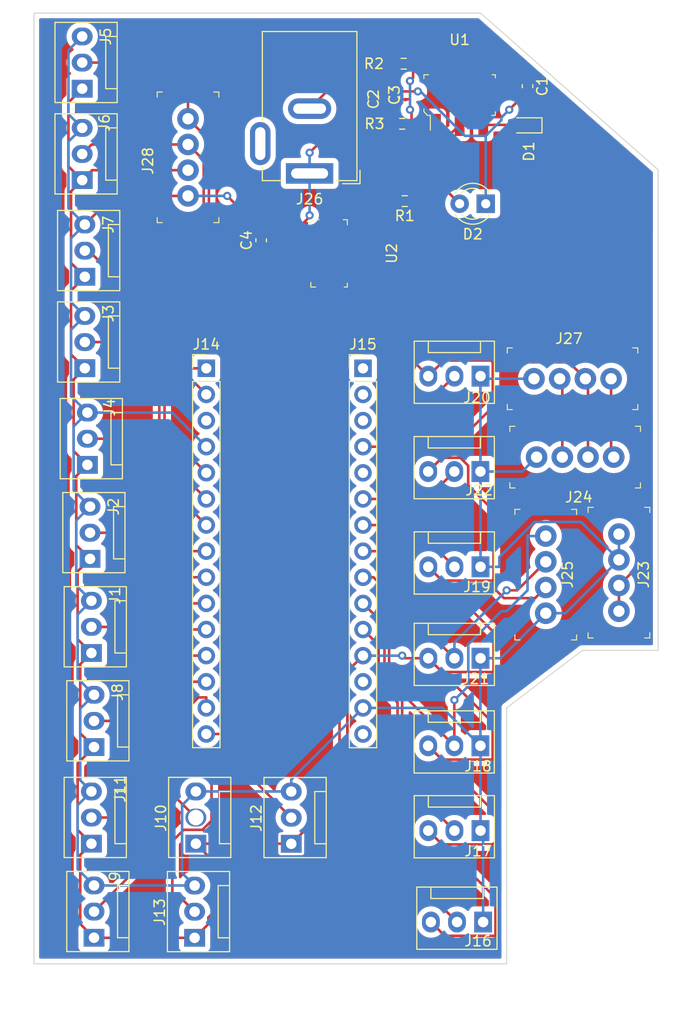
<source format=kicad_pcb>
(kicad_pcb (version 20220308) (generator pcbnew)
  (layers (0 "F.Cu" signal) (31 "B.Cu" signal) (34 "B.Paste" user) (35 "F.Paste" user) (36 "B.SilkS" user "B.Silkscreen") (37 "F.SilkS" user "F.Silkscreen") (38 "B.Mask" user) (39 "F.Mask" user) (44 "Edge.Cuts" user))
  (net 0 "")
  (net 1 "/PW1")
  (net 2 "GND")
  (net 3 "Net-(U1-OUT)")
  (net 4 "Net-(U2-VOUT)")
  (net 5 "Net-(D1-A)")
  (net 6 "Net-(D2-A)")
  (net 7 "/VCC")
  (net 8 "/D6")
  (net 9 "/D5")
  (net 10 "/D3")
  (net 11 "/D4")
  (net 12 "/TX")
  (net 13 "/RX")
  (net 14 "/D2")
  (net 15 "/D7")
  (net 16 "/D9")
  (net 17 "/D10")
  (net 18 "/D8")
  (net 19 "/D12")
  (net 20 "/D11")
  (net 21 "/RST")
  (net 22 "/A7")
  (net 23 "/A6")
  (net 24 "/A5")
  (net 25 "/A3")
  (net 26 "/A0")
  (net 27 "/A4")
  (net 28 "/A2")
  (net 29 "/3.3V")
  (net 30 "/VDD")
  (net 31 "Net-(U1-ADJ)")
  (net 34 "/D13")
  (net 35 "/B")
  (net 36 "/C")
  (net 37 "/A1")
  (net 38 "/28")
  (net 39 "/A")
  (footprint "Connector:FanPinHeader_1x03_P2.54mm_Vertical" (layer "F.Cu") (at 151.251 50.536 90)
    (fp_text reference "J3")
    (fp_text value "640456-3")
  )
  (footprint "Connector:FanPinHeader_1x03_P2.54mm_Vertical" (layer "F.Cu") (at 152.146 87.376 90)
    (fp_text reference "J8")
    (fp_text value "SN")
  )
  (footprint "Connector_PinHeader_2.54mm:PinHeader_1x15_P2.54mm_Vertical" (layer "F.Cu") (at 163.068 50.546)
    (fp_text reference "J14")
    (fp_text value "Conn_01x15_Female")
  )
  (footprint "Connector:FanPinHeader_1x03_P2.54mm_Vertical" (layer "F.Cu") (at 151.759 69.078 90)
    (fp_text reference "J2")
    (fp_text value "640456-3")
  )
  (footprint "Connector:FanPinHeader_1x03_P2.54mm_Vertical" (layer "F.Cu") (at 189.992 104.394 180)
    (fp_text reference "J16")
    (fp_text value "640456-3")
  )
  (footprint "Capacitor_SMD:C_0603_1608Metric_Pad1.08x0.95mm_HandSolder" (layer "F.Cu") (at 194.31 23.114 -90)
    (fp_text reference "C1")
    (fp_text value "O.1UF")
  )
  (footprint "Connector:FanPinHeader_1x03_P2.54mm_Vertical" (layer "F.Cu") (at 161.931 105.928 90)
    (fp_text reference "J13")
    (fp_text value "640456-3")
  )
  (footprint "Connector:FanPinHeader_1x03_P2.54mm_Vertical" (layer "F.Cu") (at 189.738 95.504 180)
    (fp_text reference "J17")
    (fp_text value "640456-3")
  )
  (footprint "Connector:FanPinHeader_1x03_P2.54mm_Vertical" (layer "F.Cu") (at 151.892 96.774 90)
    (fp_text reference "J11")
    (fp_text value "640456-3")
  )
  (footprint "Connector_PinHeader_2.54mm:PinHeader_1x15_P2.54mm_Vertical" (layer "F.Cu") (at 178.308 50.551)
    (fp_text reference "J15")
    (fp_text value "Conn_01x15_Female")
  )
  (footprint "Capacitor_SMD:C_0603_1608Metric_Pad1.08x0.95mm_HandSolder" (layer "F.Cu") (at 181.356 24.2305 90)
    (fp_text reference "C3")
    (fp_text value "10UF")
  )
  (footprint "Connector:FanPinHeader_1x03_P2.54mm_Vertical" (layer "F.Cu") (at 151.505 59.934 90)
    (fp_text reference "J4")
    (fp_text value "640456-3")
  )
  (footprint "digikey-footprints:SOT-223-4" (layer "F.Cu") (at 187.706 23.9765)
    (fp_text reference "U1")
    (fp_text value "LM317DCYR")
  )
  (footprint "Connector:FanPinHeader_1x03_P2.54mm_Vertical" (layer "F.Cu") (at 150.997 23.358 90)
    (fp_text reference "J5")
    (fp_text value "640456-3")
  )
  (footprint "Connector:FanPinHeader_1x03_P2.54mm_Vertical" (layer "F.Cu") (at 151.892 78.232 90)
    (fp_text reference "J1")
    (fp_text value "640456-3")
  )
  (footprint "Capacitor_SMD:C_0603_1608Metric_Pad1.08x0.95mm_HandSolder" (layer "F.Cu") (at 179.324 24.2305 90)
    (fp_text reference "C2")
    (fp_text value "0.1UF")
  )
  (footprint "Connector:FanPinHeader_1x03_P2.54mm_Vertical" (layer "F.Cu") (at 189.738 69.85 180)
    (fp_text reference "J19")
    (fp_text value "640456-3")
  )
  (footprint "Resistor_SMD:R_0603_1608Metric_Pad0.98x0.95mm_HandSolder" (layer "F.Cu") (at 182.2685 20.9285 180)
    (fp_text reference "R2")
    (fp_text value "680")
  )
  (footprint "Connector_BarrelJack:BarrelJack_GCT_DCJ200-10-A_Horizontal" (layer "F.Cu") (at 173.116 31.5965 180)
    (fp_text reference "J26")
    (fp_text value "Jack-DC")
  )
  (footprint "digikey-footprints:PinHeader_1x4_P2.5mm_Drill1.1mm" (layer "F.Cu") (at 202.692 59.182 180)
    (fp_text reference "J24")
    (fp_text value "PIN")
  )
  (footprint "Resistor_SMD:R_0603_1608Metric_Pad0.98x0.95mm_HandSolder" (layer "F.Cu") (at 182.367 34.29 180)
    (fp_text reference "R1")
    (fp_text value "680")
  )
  (footprint "Connector:FanPinHeader_1x03_P2.54mm_Vertical" (layer "F.Cu") (at 189.728 87.255 180)
    (fp_text reference "J18")
    (fp_text value "640456-3")
  )
  (footprint "LED_THT:LED_D3.0mm" (layer "F.Cu") (at 190.246 34.544 180)
    (fp_text reference "D2")
    (fp_text value "LED")
  )
  (footprint "Connector:FanPinHeader_1x03_P2.54mm_Vertical" (layer "F.Cu") (at 150.997 32.248 90)
    (fp_text reference "J6")
    (fp_text value "640456-3")
  )
  (footprint "Resistor_SMD:R_0603_1608Metric_Pad0.98x0.95mm_HandSolder" (layer "F.Cu") (at 182.118 26.7705 180)
    (fp_text reference "R3")
    (fp_text value "220")
  )
  (footprint "digikey-footprints:PinHeader_1x4_P2.5mm_Drill1.1mm" (layer "F.Cu") (at 196.083 66.862 -90)
    (fp_text reference "J25")
    (fp_text value "PIN")
  )
  (footprint "Capacitor_SMD:C_0603_1608Metric_Pad1.08x0.95mm_HandSolder" (layer "F.Cu") (at 168.402 38.1 90)
    (fp_text reference "C4")
    (fp_text value "0.1UF")
  )
  (footprint "Connector:FanPinHeader_1x03_P2.54mm_Vertical" (layer "F.Cu") (at 189.728 60.585 180)
    (fp_text reference "J22")
    (fp_text value "640456-3")
  )
  (footprint "digikey-footprints:PinHeader_1x4_P2.5mm_Drill1.1mm" (layer "F.Cu") (at 161.29 33.782 90)
    (fp_text reference "J28")
    (fp_text value "PIN")
  )
  (footprint "digikey-footprints:PinHeader_1x4_P2.5mm_Drill1.1mm" (layer "F.Cu") (at 194.938 51.562)
    (fp_text reference "J27")
    (fp_text value "PIN")
  )
  (footprint "Connector:FanPinHeader_1x03_P2.54mm_Vertical" (layer "F.Cu") (at 189.738 78.74 180)
    (fp_text reference "J21")
    (fp_text value "640456-3")
  )
  (footprint "Connector:FanPinHeader_1x03_P2.54mm_Vertical" (layer "F.Cu") (at 171.329 96.784 90)
    (fp_text reference "J12")
    (fp_text value "640456-3")
  )
  (footprint "Connector:FanPinHeader_1x03_P2.54mm_Vertical" (layer "F.Cu") (at 189.738 51.308 180)
    (fp_text reference "J20")
    (fp_text value "640456-3")
  )
  (footprint "Connector:FanPinHeader_1x03_P2.54mm_Vertical" (layer "F.Cu") (at 151.251 41.646 90)
    (fp_text reference "J7")
    (fp_text value "640456-3")
  )
  (footprint "Connector:FanPinHeader_1x03_P2.54mm_Vertical" (layer "F.Cu") (at 162.052 96.774 90)
    (fp_text reference "J10")
    (fp_text value "640456-3")
  )
  (footprint "digikey-footprints:SOT-223" (layer "F.Cu") (at 175.006 39.37 -90)
    (fp_text reference "U2")
    (fp_text value "LM1117")
  )
  (footprint "digikey-footprints:PinHeader_1x4_P2.5mm_Drill1.1mm" (layer "F.Cu") (at 203.2 74.168 90)
    (fp_text reference "J23")
    (fp_text value "PIN")
  )
  (footprint "Diode_SMD:D_0603_1608Metric_Pad1.05x0.95mm_HandSolder" (layer "F.Cu") (at 194.056 26.924 180)
    (fp_text reference "D1")
    (fp_text value "DIODE")
  )
  (footprint "Connector:FanPinHeader_1x03_P2.54mm_Vertical" (layer "F.Cu") (at 152.146 105.918 90)
    (fp_text reference "J9")
    (fp_text value "640456-3")
  )
  (gr_line (start 146.304 108.458) (end 192.278 108.458) (stroke (width 0.1)) (layer "Edge.Cuts"))
  (gr_line (start 207.01 34.544) (end 207.01 31.242) (stroke (width 0.1)) (layer "Edge.Cuts"))
  (gr_line (start 207.01 31.242) (end 189.738 16.002) (stroke (width 0.1)) (layer "Edge.Cuts"))
  (gr_line (start 146.304 16.002) (end 146.304 16.51) (stroke (width 0.1)) (layer "Edge.Cuts"))
  (gr_line (start 192.278 83.566) (end 199.644 77.978) (stroke (width 0.1)) (layer "Edge.Cuts"))
  (gr_line (start 189.738 16.002) (end 146.304 16.002) (stroke (width 0.1)) (layer "Edge.Cuts"))
  (gr_line (start 199.644 77.978) (end 207.01 77.978) (stroke (width 0.1)) (layer "Edge.Cuts"))
  (gr_line (start 146.304 16.51) (end 146.304 108.458) (stroke (width 0.1)) (layer "Edge.Cuts"))
  (gr_line (start 207.01 77.978) (end 207.01 34.544) (stroke (width 0.1)) (layer "Edge.Cuts"))
  (gr_line (start 192.278 108.458) (end 192.278 83.566) (stroke (width 0.1)) (layer "Edge.Cuts"))
  (segment (start 195.10952 23.05102) (end 194.31 22.2515) (width 0.25) (layer "F.Cu") (net 1))
  (segment (start 203.2 71.668) (end 205.74 69.128) (width 0.25) (layer "F.Cu") (net 1))
  (segment (start 191.6165 19.558) (end 178.8545 19.558) (width 0.25) (layer "F.Cu") (net 1))
  (segment (start 203.2 74.168) (end 203.2 71.668) (width 0.25) (layer "F.Cu") (net 1))
  (segment (start 195.10952 26.74548) (end 195.10952 23.05102) (width 0.25) (layer "F.Cu") (net 1))
  (segment (start 205.74 69.128) (end 205.74 37.733) (width 0.25) (layer "F.Cu") (net 1))
  (segment (start 194.31 22.2515) (end 191.6165 19.558) (width 0.25) (layer "F.Cu") (net 1))
  (segment (start 194.931 26.924) (end 195.10952 26.74548) (width 0.25) (layer "F.Cu") (net 1))
  (segment (start 205.74 37.733) (end 194.931 26.924) (width 0.25) (layer "F.Cu") (net 1))
  (segment (start 178.8545 19.558) (end 173.116 25.2965) (width 0.25) (layer "F.Cu") (net 1))
  (segment (start 183.642 23.622) (end 181.61 23.622) (width 0.25) (layer "F.Cu") (net 2))
  (segment (start 173.116 35.81) (end 171.856 37.07) (width 0.25) (layer "F.Cu") (net 2))
  (segment (start 168.402 37.2375) (end 168.5695 37.07) (width 0.25) (layer "F.Cu") (net 2))
  (segment (start 165.1 33.782) (end 168.402 37.084) (width 0.25) (layer "F.Cu") (net 2))
  (segment (start 173.116 29.576) (end 179.324 23.368) (width 0.25) (layer "F.Cu") (net 2))
  (segment (start 179.324 23.368) (end 181.356 23.368) (width 0.25) (layer "F.Cu") (net 2))
  (segment (start 181.356 23.368) (end 181.356 20.9285) (width 0.25) (layer "F.Cu") (net 2))
  (segment (start 194.31 23.9765) (end 193.9555 23.9765) (width 0.25) (layer "F.Cu") (net 2))
  (segment (start 181.61 23.622) (end 181.356 23.368) (width 0.25) (layer "F.Cu") (net 2))
  (segment (start 193.9555 23.9765) (end 192.532 25.4) (width 0.25) (layer "F.Cu") (net 2))
  (segment (start 161.29 33.782) (end 154.035 33.782) (width 0.25) (layer "F.Cu") (net 2))
  (segment (start 168.402 37.084) (end 168.402 37.2375) (width 0.25) (layer "F.Cu") (net 2))
  (segment (start 173.116 35.672) (end 173.116 35.81) (width 0.25) (layer "F.Cu") (net 2))
  (segment (start 168.5695 37.07) (end 171.856 37.07) (width 0.25) (layer "F.Cu") (net 2))
  (segment (start 154.035 33.782) (end 151.251 36.566) (width 0.25) (layer "F.Cu") (net 2))
  (via (at 173.116 35.672) (size 0.8) (drill 0.4) (layers "F.Cu" "B.Cu") (net 2))
  (via (at 165.1 33.782) (size 0.8) (drill 0.4) (layers "F.Cu" "B.Cu") (net 2))
  (via (at 183.642 23.622) (size 0.8) (drill 0.4) (layers "F.Cu" "B.Cu") (net 2))
  (via (at 192.532 25.4) (size 0.8) (drill 0.4) (layers "F.Cu" "B.Cu") (net 2))
  (via (at 173.116 29.576) (size 0.8) (drill 0.4) (layers "F.Cu" "B.Cu") (net 2))
  (segment (start 150.55248 99.24448) (end 150.55248 93.03352) (width 0.25) (layer "B.Cu") (net 2))
  (segment (start 149.65748 34.97248) (end 149.65748 28.50752) (width 0.25) (layer "B.Cu") (net 2))
  (segment (start 173.116 29.576) (end 173.116 31.5965) (width 0.25) (layer "B.Cu") (net 2))
  (segment (start 189.738 87.265) (end 189.728 87.255) (width 0.25) (layer "B.Cu") (net 2))
  (segment (start 186.044 83.571) (end 178.308 83.571) (width 0.25) (layer "B.Cu") (net 2))
  (segment (start 193.789 60.585) (end 195.192 59.182) (width 0.25) (layer "B.Cu") (net 2))
  (segment (start 150.41948 71.67948) (end 150.41948 65.33752) (width 0.25) (layer "B.Cu") (net 2))
  (segment (start 150.16548 62.40448) (end 150.16548 56.19352) (width 0.25) (layer "B.Cu") (net 2))
  (segment (start 191.705 78.74) (end 196.083 74.362) (width 0.25) (layer "B.Cu") (net 2))
  (segment (start 190.246 34.544) (end 190.246 27.94) (width 0.25) (layer "B.Cu") (net 2))
  (segment (start 150.80648 90.60848) (end 150.80648 83.63552) (width 0.25) (layer "B.Cu") (net 2))
  (segment (start 203.2 69.168) (end 203.2 66.668) (width 0.25) (layer "B.Cu") (net 2))
  (segment (start 171.319 91.694) (end 171.329 91.704) (width 0.25) (layer "B.Cu") (net 2))
  (segment (start 150.997 27.168) (end 149.657489 25.828489) (width 0.25) (layer "B.Cu") (net 2))
  (segment (start 189.738 60.595) (end 189.728 60.585) (width 0.25) (layer "B.Cu") (net 2))
  (segment (start 151.251 36.566) (end 149.65748 34.97248) (width 0.25) (layer "B.Cu") (net 2))
  (segment (start 149.91148 37.90552) (end 151.251 36.566) (width 0.25) (layer "B.Cu") (net 2))
  (segment (start 162.052 91.694) (end 171.319 91.694) (width 0.25) (layer "B.Cu") (net 2))
  (segment (start 149.91148 46.79552) (end 151.251 45.456) (width 0.25) (layer "B.Cu") (net 2))
  (segment (start 151.505 54.854) (end 149.91148 53.26048) (width 0.25) (layer "B.Cu") (net 2))
  (segment (start 191.571 68.905283) (end 191.571 69.85) (width 0.25) (layer "B.Cu") (net 2))
  (segment (start 189.728 87.255) (end 186.044 83.571) (width 0.25) (layer "B.Cu") (net 2))
  (segment (start 190.246 27.94) (end 191.77 26.416) (width 0.25) (layer "B.Cu") (net 2))
  (segment (start 151.251 45.456) (end 149.91148 44.11648) (width 0.25) (layer "B.Cu") (net 2))
  (segment (start 194.988794 65.487489) (end 191.571 68.905283) (width 0.25) (layer "B.Cu") (net 2))
  (segment (start 173.116 31.5965) (end 173.116 35.672) (width 0.25) (layer "B.Cu") (net 2))
  (segment (start 183.896 23.622) (end 183.642 23.622) (width 0.25) (layer "B.Cu") (net 2))
  (segment (start 165.1 33.782) (end 161.29 33.782) (width 0.25) (layer "B.Cu") (net 2))
  (segment (start 149.657489 19.617511) (end 150.997 18.278) (width 0.25) (layer "B.Cu") (net 2))
  (segment (start 150.55248 93.03352) (end 151.892 91.694) (width 0.25) (layer "B.Cu") (net 2))
  (segment (start 151.759 63.998) (end 150.16548 62.40448) (width 0.25) (layer "B.Cu") (net 2))
  (segment (start 162.052 91.694) (end 160.712489 93.033511) (width 0.25) (layer "B.Cu") (net 2))
  (segment (start 151.892 91.694) (end 150.80648 90.60848) (width 0.25) (layer "B.Cu") (net 2))
  (segment (start 160.712489 93.033511) (end 160.712489 99.629489) (width 0.25) (layer "B.Cu") (net 2))
  (segment (start 149.657489 25.828489) (end 149.657489 19.617511) (width 0.25) (layer "B.Cu") (net 2))
  (segment (start 149.91148 44.11648) (end 149.91148 37.90552) (width 0.25) (layer "B.Cu") (net 2))
  (segment (start 151.505 54.854) (end 159.756 54.854) (width 0.25) (layer "B.Cu") (net 2))
  (segment (start 189.738 78.74) (end 191.705 78.74) (width 0.25) (layer "B.Cu") (net 2))
  (segment (start 191.571 69.85) (end 189.738 69.85) (width 0.25) (layer "B.Cu") (net 2))
  (segment (start 189.728 87.255) (end 189.728 78.75) (width 0.25) (layer "B.Cu") (net 2))
  (segment (start 189.728 51.318) (end 189.738 51.308) (width 0.25) (layer "B.Cu") (net 2))
  (segment (start 161.921 100.838) (end 161.931 100.848) (width 0.25) (layer "B.Cu") (net 2))
  (segment (start 150.16548 56.19352) (end 151.505 54.854) (width 0.25) (layer "B.Cu") (net 2))
  (segment (start 189.738 95.504) (end 189.738 87.265) (width 0.25) (layer "B.Cu") (net 2))
  (segment (start 152.146 82.296) (end 150.55248 80.70248) (width 0.25) (layer "B.Cu") (net 2))
  (segment (start 199.519489 65.487489) (end 194.988794 65.487489) (width 0.25) (layer "B.Cu") (net 2))
  (segment (start 149.91148 53.26048) (end 149.91148 46.79552) (width 0.25) (layer "B.Cu") (net 2))
  (segment (start 191.77 26.416) (end 191.77 26.162) (width 0.25) (layer "B.Cu") (net 2))
  (segment (start 151.892 73.152) (end 150.41948 71.67948) (width 0.25) (layer "B.Cu") (net 2))
  (segment (start 188.214 27.94) (end 183.896 23.622) (width 0.25) (layer "B.Cu") (net 2))
  (segment (start 152.146 100.838) (end 150.55248 99.24448) (width 0.25) (layer "B.Cu") (net 2))
  (segment (start 190.246 27.94) (end 188.214 27.94) (width 0.25) (layer "B.Cu") (net 2))
  (segment (start 159.756 54.854) (end 163.068 58.166) (width 0.25) (layer "B.Cu") (net 2))
  (segment (start 203.2 69.168) (end 199.519489 65.487489) (width 0.25) (layer "B.Cu") (net 2))
  (segment (start 189.992 51.562) (end 189.738 51.308) (width 0.25) (layer "B.Cu") (net 2))
  (segment (start 198.006 74.362) (end 203.2 69.168) (width 0.25) (layer "B.Cu") (net 2))
  (segment (start 191.77 26.162) (end 192.532 25.4) (width 0.25) (layer "B.Cu") (net 2))
  (segment (start 152.146 100.838) (end 161.921 100.838) (width 0.25) (layer "B.Cu") (net 2))
  (segment (start 149.65748 28.50752) (end 150.997 27.168) (width 0.25) (layer "B.Cu") (net 2))
  (segment (start 189.728 60.585) (end 193.789 60.585) (width 0.25) (layer "B.Cu") (net 2))
  (segment (start 150.41948 65.33752) (end 151.759 63.998) (width 0.25) (layer "B.Cu") (net 2))
  (segment (start 189.728 60.585) (end 189.728 51.318) (width 0.25) (layer "B.Cu") (net 2))
  (segment (start 150.55248 74.49152) (end 151.892 73.152) (width 0.25) (layer "B.Cu") (net 2))
  (segment (start 189.738 69.85) (end 189.738 60.595) (width 0.25) (layer "B.Cu") (net 2))
  (segment (start 189.992 95.758) (end 189.738 95.504) (width 0.25) (layer "B.Cu") (net 2))
  (segment (start 189.992 104.394) (end 189.992 95.758) (width 0.25) (layer "B.Cu") (net 2))
  (segment (start 189.728 78.75) (end 189.738 78.74) (width 0.25) (layer "B.Cu") (net 2))
  (segment (start 150.80648 83.63552) (end 152.146 82.296) (width 0.25) (layer "B.Cu") (net 2))
  (segment (start 150.55248 80.70248) (end 150.55248 74.49152) (width 0.25) (layer "B.Cu") (net 2))
  (segment (start 171.329 91.704) (end 171.329 90.55) (width 0.25) (layer "B.Cu") (net 2))
  (segment (start 160.712489 99.629489) (end 161.931 100.848) (width 0.25) (layer "B.Cu") (net 2))
  (segment (start 194.938 51.562) (end 189.992 51.562) (width 0.25) (layer "B.Cu") (net 2))
  (segment (start 171.329 90.55) (end 178.308 83.571) (width 0.25) (layer "B.Cu") (net 2))
  (segment (start 196.083 74.362) (end 198.006 74.362) (width 0.25) (layer "B.Cu") (net 2))
  (segment (start 186.306489 28.276011) (end 182.711011 28.276011) (width 0.25) (layer "F.Cu") (net 3))
  (segment (start 181.2055 25.2435) (end 181.356 25.093) (width 0.25) (layer "F.Cu") (net 3))
  (segment (start 187.706 26.8765) (end 186.306489 28.276011) (width 0.25) (layer "F.Cu") (net 3))
  (segment (start 181.356 25.093) (end 179.324 25.093) (width 0.25) (layer "F.Cu") (net 3))
  (segment (start 181.2055 26.7705) (end 181.2055 25.2435) (width 0.25) (layer "F.Cu") (net 3))
  (segment (start 182.711011 28.276011) (end 181.2055 26.7705) (width 0.25) (layer "F.Cu") (net 3))
  (segment (start 168.8095 39.37) (end 168.402 38.9625) (width 0.25) (layer "F.Cu") (net 4))
  (segment (start 171.856 39.37) (end 168.8095 39.37) (width 0.25) (layer "F.Cu") (net 4))
  (segment (start 193.1335 26.8765) (end 193.181 26.924) (width 0.25) (layer "F.Cu") (net 5))
  (segment (start 190.006 26.8765) (end 193.1335 26.8765) (width 0.25) (layer "F.Cu") (net 5))
  (segment (start 182.25402 33.49048) (end 181.4545 34.29) (width 0.25) (layer "F.Cu") (net 6))
  (segment (start 187.706 34.544) (end 186.65248 33.49048) (width 0.25) (layer "F.Cu") (net 6))
  (segment (start 186.65248 33.49048) (end 182.25402 33.49048) (width 0.25) (layer "F.Cu") (net 6))
  (segment (start 185.98752 59.24548) (end 184.648 60.585) (width 0.25) (layer "F.Cu") (net 7))
  (segment (start 161.29 31.282) (end 151.963 31.282) (width 0.25) (layer "F.Cu") (net 7))
  (segment (start 149.65748 24.69752) (end 150.997 23.358) (width 0.25) (layer "F.Cu") (net 7))
  (segment (start 163.83 98.552) (end 162.052 96.774) (width 0.25) (layer "F.Cu") (net 7))
  (segment (start 184.648 87.255) (end 185.987511 88.594511) (width 0.25) (layer "F.Cu") (net 7))
  (segment (start 188.538489 60.014489) (end 187.76948 59.24548) (width 0.25) (layer "F.Cu") (net 7))
  (segment (start 192.015386 72.898) (end 195.047 72.898) (width 0.25) (layer "F.Cu") (net 7))
  (segment (start 163.27052 103.93748) (end 163.83 103.378) (width 0.25) (layer "F.Cu") (net 7))
  (segment (start 149.91148 49.19648) (end 149.91148 42.98552) (width 0.25) (layer "F.Cu") (net 7))
  (segment (start 185.997511 80.079511) (end 190.938489 80.079511) (width 0.25) (layer "F.Cu") (net 7))
  (segment (start 198.333511 49.957511) (end 190.927511 49.957511) (width 0.25) (layer "F.Cu") (net 7))
  (segment (start 190.917511 84.999511) (end 184.658 78.74) (width 0.25) (layer "F.Cu") (net 7))
  (segment (start 150.55248 76.89248) (end 150.55248 70.28452) (width 0.25) (layer "F.Cu") (net 7))
  (segment (start 190.927511 96.843511) (end 191.262 96.509022) (width 0.25) (layer "F.Cu") (net 7))
  (segment (start 184.658 78.74) (end 182.372 78.74) (width 0.25) (layer "F.Cu") (net 7))
  (segment (start 150.80648 104.57848) (end 150.80648 97.85952) (width 0.25) (layer "F.Cu") (net 7))
  (segment (start 191.008 76.2) (end 184.658 69.85) (width 0.25) (layer "F.Cu") (net 7))
  (segment (start 149.91148 33.33352) (end 150.997 32.248) (width 0.25) (layer "F.Cu") (net 7))
  (segment (start 163.83 103.378) (end 163.83 98.552) (width 0.25) (layer "F.Cu") (net 7))
  (segment (start 191.008 80.01) (end 191.008 76.2) (width 0.25) (layer "F.Cu") (net 7))
  (segment (start 178.816 43.18) (end 171.958 43.18) (width 0.25) (layer "F.Cu") (net 7))
  (segment (start 150.80648 86.03648) (end 150.80648 79.31752) (width 0.25) (layer "F.Cu") (net 7))
  (segment (start 185.987511 88.594511) (end 190.917511 88.594511) (width 0.25) (layer "F.Cu") (net 7))
  (segment (start 151.892 96.774) (end 150.55248 95.43448) (width 0.25) (layer "F.Cu") (net 7))
  (segment (start 171.856 43.078) (end 171.856 41.67) (width 0.25) (layer "F.Cu") (net 7))
  (segment (start 151.251 50.536) (end 149.91148 49.19648) (width 0.25) (layer "F.Cu") (net 7))
  (segment (start 191.192489 102.038489) (end 184.658 95.504) (width 0.25) (layer "F.Cu") (net 7))
  (segment (start 150.997 32.248) (end 149.65748 30.90848) (width 0.25) (layer "F.Cu") (net 7))
  (segment (start 184.658 69.85) (end 185.997511 71.189511) (width 0.25) (layer "F.Cu") (net 7))
  (segment (start 195.047 72.898) (end 196.083 71.862) (width 0.25) (layer "F.Cu") (net 7))
  (segment (start 179.832 43.18) (end 183.2795 39.7325) (width 0.25) (layer "F.Cu") (net 7))
  (segment (start 150.16548 58.59448) (end 150.16548 51.62152) (width 0.25) (layer "F.Cu") (net 7))
  (segment (start 161.931 105.928) (end 163.27052 104.58848) (width 0.25) (layer "F.Cu") (net 7))
  (segment (start 150.80648 79.31752) (end 151.892 78.232) (width 0.25) (layer "F.Cu") (net 7))
  (segment (start 151.505 59.934) (end 150.16548 58.59448) (width 0.25) (layer "F.Cu") (net 7))
  (segment (start 191.008 64.394022) (end 188.538489 61.924511) (width 0.25) (layer "F.Cu") (net 7))
  (segment (start 178.816 43.18) (end 179.832 43.18) (width 0.25) (layer "F.Cu") (net 7))
  (segment (start 163.27052 104.58848) (end 163.27052 103.93748) (width 0.25) (layer "F.Cu") (net 7))
  (segment (start 200.192 51.816) (end 199.938 51.562) (width 0.25) (layer "F.Cu") (net 7))
  (segment (start 184.912 104.394) (end 186.251511 105.733511) (width 0.25) (layer "F.Cu") (net 7))
  (segment (start 149.65748 30.90848) (end 149.65748 24.69752) (width 0.25) (layer "F.Cu") (net 7))
  (segment (start 190.754 49.784) (end 186.182 49.784) (width 0.25) (layer "F.Cu") (net 7))
  (segment (start 190.938489 80.079511) (end 191.008 80.01) (width 0.25) (layer "F.Cu") (net 7))
  (segment (start 191.262 96.509022) (end 191.262 93.869) (width 0.25) (layer "F.Cu") (net 7))
  (segment (start 185.997511 96.843511) (end 190.927511 96.843511) (width 0.25) (layer "F.Cu") (net 7))
  (segment (start 184.658 95.504) (end 185.997511 96.843511) (width 0.25) (layer "F.Cu") (net 7))
  (segment (start 190.927511 54.305489) (end 190.927511 49.957511) (width 0.25) (layer "F.Cu") (net 7))
  (segment (start 191.262 93.869) (end 184.648 87.255) (width 0.25) (layer "F.Cu") (net 7))
  (segment (start 190.917511 88.594511) (end 190.917511 84.999511) (width 0.25) (layer "F.Cu") (net 7))
  (segment (start 183.2795 39.7325) (end 183.2795 34.29) (width 0.25) (layer "F.Cu") (net 7))
  (segment (start 188.538489 61.924511) (end 188.538489 60.014489) (width 0.25) (layer "F.Cu") (net 7))
  (segment (start 152.146 105.918) (end 150.80648 104.57848) (width 0.25) (layer "F.Cu") (net 7))
  (segment (start 152.156 105.928) (end 152.146 105.918) (width 0.25) (layer "F.Cu") (net 7))
  (segment (start 150.16548 51.62152) (end 151.251 50.536) (width 0.25) (layer "F.Cu") (net 7))
  (segment (start 191.008 71.890614) (end 192.015386 72.898) (width 0.25) (layer "F.Cu") (net 7))
  (segment (start 150.55248 95.43448) (end 150.55248 88.96952) (width 0.25) (layer "F.Cu") (net 7))
  (segment (start 179.07 45.72) (end 179.07 43.434) (width 0.25) (layer "F.Cu") (net 7))
  (segment (start 150.41948 67.73848) (end 150.41948 61.01952) (width 0.25) (layer "F.Cu") (net 7))
  (segment (start 171.329 96.784) (end 176.022 92.091) (width 0.25) (layer "F.Cu") (net 7))
  (segment (start 149.91148 40.30648) (end 149.91148 33.33352) (width 0.25) (layer "F.Cu") (net 7))
  (segment (start 150.80648 97.85952) (end 151.892 96.774) (width 0.25) (layer "F.Cu") (net 7))
  (segment (start 150.41948 61.01952) (end 151.505 59.934) (width 0.25) (layer "F.Cu") (net 7))
  (segment (start 184.648 60.585) (end 190.927511 54.305489) (width 0.25) (layer "F.Cu") (net 7))
  (segment (start 190.927511 71.189511) (end 191.008 71.109022) (width 0.25) (layer "F.Cu") (net 7))
  (segment (start 200.192 59.182) (end 200.192 51.816) (width 0.25) (layer "F.Cu") (net 7))
  (segment (start 187.76948 59.24548) (end 185.98752 59.24548) (width 0.25) (layer "F.Cu") (net 7))
  (segment (start 151.892 78.232) (end 150.55248 76.89248) (width 0.25) (layer "F.Cu") (net 7))
  (segment (start 191.008 70.866) (end 191.008 64.394022) (width 0.25) (layer "F.Cu") (net 7))
  (segment (start 151.759 69.078) (end 150.41948 67.73848) (width 0.25) (layer "F.Cu") (net 7))
  (segment (start 179.07 43.434) (end 178.816 43.18) (width 0.25) (layer "F.Cu") (net 7))
  (segment (start 162.052 96.774) (end 171.319 96.774) (width 0.25) (layer "F.Cu") (net 7))
  (segment (start 191.008 71.109022) (end 191.008 70.866) (width 0.25) (layer "F.Cu") (net 7))
  (segment (start 184.658 51.308) (end 179.07 45.72) (width 0.25) (layer "F.Cu") (net 7))
  (segment (start 176.022 80.777) (end 178.308 78.491) (width 0.25) (layer "F.Cu") (net 7))
  (segment (start 199.938 51.562) (end 198.333511 49.957511) (width 0.25) (layer "F.Cu") (net 7))
  (segment (start 186.251511 105.733511) (end 191.192489 105.733511) (width 0.25) (layer "F.Cu") (net 7))
  (segment (start 151.963 31.282) (end 150.997 32.248) (width 0.25) (layer "F.Cu") (net 7))
  (segment (start 161.931 105.928) (end 152.156 105.928) (width 0.25) (layer "F.Cu") (net 7))
  (segment (start 182.372 78.74) (end 182.118 78.486) (width 0.25) (layer "F.Cu") (net 7))
  (segment (start 171.958 43.18) (end 171.856 43.078) (width 0.25) (layer "F.Cu") (net 7))
  (segment (start 190.927511 49.957511) (end 190.754 49.784) (width 0.25) (layer "F.Cu") (net 7))
  (segment (start 191.008 70.866) (end 191.008 71.890614) (width 0.25) (layer "F.Cu") (net 7))
  (segment (start 150.55248 70.28452) (end 151.759 69.078) (width 0.25) (layer "F.Cu") (net 7))
  (segment (start 150.55248 88.96952) (end 152.146 87.376) (width 0.25) (layer "F.Cu") (net 7))
  (segment (start 152.146 87.376) (end 150.80648 86.03648) (width 0.25) (layer "F.Cu") (net 7))
  (segment (start 186.182 49.784) (end 184.658 51.308) (width 0.25) (layer "F.Cu") (net 7))
  (segment (start 191.192489 105.733511) (end 191.192489 102.038489) (width 0.25) (layer "F.Cu") (net 7))
  (segment (start 171.319 96.774) (end 171.329 96.784) (width 0.25) (layer "F.Cu") (net 7))
  (segment (start 185.997511 71.189511) (end 190.927511 71.189511) (width 0.25) (layer "F.Cu") (net 7))
  (segment (start 151.251 41.646) (end 149.91148 40.30648) (width 0.25) (layer "F.Cu") (net 7))
  (segment (start 176.022 92.091) (end 176.022 80.777) (width 0.25) (layer "F.Cu") (net 7))
  (segment (start 184.658 78.74) (end 185.997511 80.079511) (width 0.25) (layer "F.Cu") (net 7))
  (segment (start 149.91148 42.98552) (end 151.251 41.646) (width 0.25) (layer "F.Cu") (net 7))
  (via (at 182.118 78.486) (size 0.8) (drill 0.4) (layers "F.Cu" "B.Cu") (net 7))
  (segment (start 182.113 78.491) (end 182.118 78.486) (width 0.25) (layer "B.Cu") (net 7))
  (segment (start 178.308 78.491) (end 182.113 78.491) (width 0.25) (layer "B.Cu") (net 7))
  (segment (start 161.544 70.866) (end 163.068 70.866) (width 0.25) (layer "F.Cu") (net 8))
  (segment (start 156.718 75.692) (end 161.544 70.866) (width 0.25) (layer "F.Cu") (net 8))
  (segment (start 151.892 75.692) (end 156.718 75.692) (width 0.25) (layer "F.Cu") (net 8))
  (segment (start 151.759 66.538) (end 154.93 66.538) (width 0.25) (layer "F.Cu") (net 9))
  (segment (start 156.718 68.326) (end 163.068 68.326) (width 0.25) (layer "F.Cu") (net 9))
  (segment (start 154.93 66.538) (end 156.718 68.326) (width 0.25) (layer "F.Cu") (net 9))
  (segment (start 158.496 52.578) (end 158.496 58.674) (width 0.25) (layer "F.Cu") (net 10))
  (segment (start 158.496 58.674) (end 163.068 63.246) (width 0.25) (layer "F.Cu") (net 10))
  (segment (start 151.251 47.996) (end 153.914 47.996) (width 0.25) (layer "F.Cu") (net 10))
  (segment (start 153.914 47.996) (end 158.496 52.578) (width 0.25) (layer "F.Cu") (net 10))
  (segment (start 155.438 57.394) (end 156.464 58.42) (width 0.25) (layer "F.Cu") (net 11))
  (segment (start 156.464 58.42) (end 156.464 59.182) (width 0.25) (layer "F.Cu") (net 11))
  (segment (start 156.464 59.182) (end 163.068 65.786) (width 0.25) (layer "F.Cu") (net 11))
  (segment (start 151.505 57.394) (end 155.438 57.394) (width 0.25) (layer "F.Cu") (net 11))
  (segment (start 161.29 26.282) (end 163.322 28.314) (width 0.25) (layer "F.Cu") (net 12))
  (segment (start 163.322 38.354) (end 160.02 41.656) (width 0.25) (layer "F.Cu") (net 12))
  (segment (start 159.90304 41.656) (end 159.90304 48.90504) (width 0.25) (layer "F.Cu") (net 12))
  (segment (start 150.997 20.818) (end 158.994 20.818) (width 0.25) (layer "F.Cu") (net 12))
  (segment (start 160.02 41.656) (end 159.90304 41.656) (width 0.25) (layer "F.Cu") (net 12))
  (segment (start 161.29 23.114) (end 161.29 26.282) (width 0.25) (layer "F.Cu") (net 12))
  (segment (start 158.994 20.818) (end 161.29 23.114) (width 0.25) (layer "F.Cu") (net 12))
  (segment (start 163.322 28.314) (end 163.322 38.354) (width 0.25) (layer "F.Cu") (net 12))
  (segment (start 161.544 50.546) (end 163.068 50.546) (width 0.25) (layer "F.Cu") (net 12))
  (segment (start 159.90304 48.90504) (end 161.544 50.546) (width 0.25) (layer "F.Cu") (net 12))
  (segment (start 159.45352 41.20648) (end 159.45352 49.47152) (width 0.25) (layer "F.Cu") (net 13))
  (segment (start 159.45352 49.47152) (end 163.068 53.086) (width 0.25) (layer "F.Cu") (net 13))
  (segment (start 161.29 28.782) (end 162.814 30.306) (width 0.25) (layer "F.Cu") (net 13))
  (segment (start 161.29 28.782) (end 151.923 28.782) (width 0.25) (layer "F.Cu") (net 13))
  (segment (start 151.923 28.782) (end 150.997 29.708) (width 0.25) (layer "F.Cu") (net 13))
  (segment (start 162.814 37.846) (end 159.45352 41.20648) (width 0.25) (layer "F.Cu") (net 13))
  (segment (start 162.814 30.306) (end 162.814 37.846) (width 0.25) (layer "F.Cu") (net 13))
  (segment (start 159.004 46.482) (end 159.004 56.642) (width 0.25) (layer "F.Cu") (net 14))
  (segment (start 151.628 39.106) (end 159.004 46.482) (width 0.25) (layer "F.Cu") (net 14))
  (segment (start 159.004 56.642) (end 163.068 60.706) (width 0.25) (layer "F.Cu") (net 14))
  (segment (start 151.251 39.106) (end 151.628 39.106) (width 0.25) (layer "F.Cu") (net 14))
  (segment (start 152.146 84.836) (end 153.67 84.836) (width 0.25) (layer "F.Cu") (net 15))
  (segment (start 156.972 77.724) (end 161.29 73.406) (width 0.25) (layer "F.Cu") (net 15))
  (segment (start 156.972 81.534) (end 157.03048 81.534) (width 0.25) (layer "F.Cu") (net 15))
  (segment (start 153.67 84.836) (end 156.972 81.534) (width 0.25) (layer "F.Cu") (net 15))
  (segment (start 157.03048 81.534) (end 157.03048 77.78248) (width 0.25) (layer "F.Cu") (net 15))
  (segment (start 161.29 73.406) (end 163.068 73.406) (width 0.25) (layer "F.Cu") (net 15))
  (segment (start 157.03048 77.78248) (end 156.972 77.724) (width 0.25) (layer "F.Cu") (net 15))
  (segment (start 152.146 103.378) (end 157.988 97.536) (width 0.25) (layer "F.Cu") (net 16))
  (segment (start 157.988 97.536) (end 157.988 82.042) (width 0.25) (layer "F.Cu") (net 16))
  (segment (start 157.988 82.042) (end 161.544 78.486) (width 0.25) (layer "F.Cu") (net 16))
  (segment (start 161.544 78.486) (end 163.068 78.486) (width 0.25) (layer "F.Cu") (net 16))
  (segment (start 161.798 81.026) (end 163.068 81.026) (width 0.25) (layer "F.Cu") (net 17))
  (segment (start 162.052 94.234) (end 158.43752 90.61952) (width 0.25) (layer "F.Cu") (net 17))
  (segment (start 158.43752 84.38648) (end 161.798 81.026) (width 0.25) (layer "F.Cu") (net 17))
  (segment (start 158.43752 90.61952) (end 158.43752 84.38648) (width 0.25) (layer "F.Cu") (net 17))
  (segment (start 157.48 90.678) (end 157.48 80.518) (width 0.25) (layer "F.Cu") (net 18))
  (segment (start 153.924 94.234) (end 157.48 90.678) (width 0.25) (layer "F.Cu") (net 18))
  (segment (start 161.544 75.946) (end 163.068 75.946) (width 0.25) (layer "F.Cu") (net 18))
  (segment (start 161.544 76.454) (end 161.544 75.946) (width 0.25) (layer "F.Cu") (net 18))
  (segment (start 157.48 80.518) (end 161.544 76.454) (width 0.25) (layer "F.Cu") (net 18))
  (segment (start 151.892 94.234) (end 153.924 94.234) (width 0.25) (layer "F.Cu") (net 18))
  (segment (start 171.329 94.244) (end 165.1 88.015) (width 0.25) (layer "F.Cu") (net 19))
  (segment (start 165.1 88.015) (end 165.1 86.106) (width 0.25) (layer "F.Cu") (net 19))
  (segment (start 165.1 86.106) (end 163.068 86.106) (width 0.25) (layer "F.Cu") (net 19))
  (segment (start 160.782 84.074) (end 162.306 82.55) (width 0.25) (layer "F.Cu") (net 20))
  (segment (start 162.694715 95.42352) (end 163.576 94.542235) (width 0.25) (layer "F.Cu") (net 20))
  (segment (start 162.306 82.55) (end 163.068 82.55) (width 0.25) (layer "F.Cu") (net 20))
  (segment (start 160.59148 102.04848) (end 159.96048 102.04848) (width 0.25) (layer "F.Cu") (net 20))
  (segment (start 160.873458 95.42352) (end 162.694715 95.42352) (width 0.25) (layer "F.Cu") (net 20))
  (segment (start 160.782 87.884) (end 160.782 84.074) (width 0.25) (layer "F.Cu") (net 20))
  (segment (start 159.766 101.854) (end 159.766 96.530978) (width 0.25) (layer "F.Cu") (net 20))
  (segment (start 163.576 94.542235) (end 163.576 90.678) (width 0.25) (layer "F.Cu") (net 20))
  (segment (start 159.766 96.530978) (end 160.873458 95.42352) (width 0.25) (layer "F.Cu") (net 20))
  (segment (start 163.068 82.55) (end 163.068 83.566) (width 0.25) (layer "F.Cu") (net 20))
  (segment (start 163.576 90.678) (end 160.782 87.884) (width 0.25) (layer "F.Cu") (net 20))
  (segment (start 161.931 103.388) (end 160.59148 102.04848) (width 0.25) (layer "F.Cu") (net 20))
  (segment (start 159.96048 102.04848) (end 159.766 101.854) (width 0.25) (layer "F.Cu") (net 20))
  (segment (start 187.452 104.394) (end 182.626 99.568) (width 0.25) (layer "F.Cu") (net 22))
  (segment (start 182.626 91.694) (end 181.66848 90.73648) (width 0.25) (layer "F.Cu") (net 22))
  (segment (start 179.832 77.475) (end 178.308 75.951) (width 0.25) (layer "F.Cu") (net 22))
  (segment (start 182.626 99.568) (end 182.626 91.694) (width 0.25) (layer "F.Cu") (net 22))
  (segment (start 179.832 81.22152) (end 179.832 77.475) (width 0.25) (layer "F.Cu") (net 22))
  (segment (start 181.66848 90.73648) (end 181.66848 83.058) (width 0.25) (layer "F.Cu") (net 22))
  (segment (start 181.66848 83.058) (end 179.832 81.22152) (width 0.25) (layer "F.Cu") (net 22))
  (segment (start 180.39848 75.184) (end 180.081 75.184) (width 0.25) (layer "F.Cu") (net 23))
  (segment (start 187.198 95.504) (end 182.118 90.424) (width 0.25) (layer "F.Cu") (net 23))
  (segment (start 182.118 90.424) (end 182.118 82.820718) (width 0.25) (layer "F.Cu") (net 23))
  (segment (start 180.39848 81.101197) (end 180.39848 75.184) (width 0.25) (layer "F.Cu") (net 23))
  (segment (start 180.081 75.184) (end 178.308 73.411) (width 0.25) (layer "F.Cu") (net 23))
  (segment (start 182.118 82.820718) (end 180.39848 81.101197) (width 0.25) (layer "F.Cu") (net 23))
  (segment (start 187.188 87.255) (end 180.848 80.915) (width 0.25) (layer "F.Cu") (net 24))
  (segment (start 187.188 87.255) (end 187.188 82.814) (width 0.25) (layer "F.Cu") (net 24))
  (segment (start 180.848 72.39) (end 179.324 70.866) (width 0.25) (layer "F.Cu") (net 24))
  (segment (start 187.188 82.814) (end 187.198 82.804) (width 0.25) (layer "F.Cu") (net 24))
  (segment (start 178.313 70.866) (end 178.308 70.871) (width 0.25) (layer "F.Cu") (net 24))
  (segment (start 179.324 70.866) (end 178.313 70.866) (width 0.25) (layer "F.Cu") (net 24))
  (segment (start 180.848 80.915) (end 180.848 72.39) (width 0.25) (layer "F.Cu") (net 24))
  (via (at 187.198 82.804) (size 0.8) (drill 0.4) (layers "F.Cu" "B.Cu") (net 24))
  (segment (start 191.77 74.168) (end 192.278 74.168) (width 0.25) (layer "B.Cu") (net 24))
  (segment (start 188.548489 81.453511) (end 188.548489 77.389511) (width 0.25) (layer "B.Cu") (net 24))
  (segment (start 194.31 66.802) (end 194.37 66.862) (width 0.25) (layer "B.Cu") (net 24))
  (segment (start 194.31 72.136) (end 194.31 66.802) (width 0.25) (layer "B.Cu") (net 24))
  (segment (start 188.548489 77.389511) (end 191.77 74.168) (width 0.25) (layer "B.Cu") (net 24))
  (segment (start 192.278 74.168) (end 194.31 72.136) (width 0.25) (layer "B.Cu") (net 24))
  (segment (start 187.198 82.804) (end 188.548489 81.453511) (width 0.25) (layer "B.Cu") (net 24))
  (segment (start 194.37 66.862) (end 196.083 66.862) (width 0.25) (layer "B.Cu") (net 24))
  (segment (start 183.139 65.791) (end 178.308 65.791) (width 0.25) (layer "F.Cu") (net 25))
  (segment (start 187.198 69.85) (end 183.139 65.791) (width 0.25) (layer "F.Cu") (net 25))
  (segment (start 180.335 58.171) (end 178.308 58.171) (width 0.25) (layer "F.Cu") (net 26))
  (segment (start 187.198 51.308) (end 180.335 58.171) (width 0.25) (layer "F.Cu") (net 26))
  (segment (start 181.356 69.342) (end 180.34 68.326) (width 0.25) (layer "F.Cu") (net 27))
  (segment (start 187.198 78.74) (end 181.356 72.898) (width 0.25) (layer "F.Cu") (net 27))
  (segment (start 193.309 72.136) (end 192.278 72.136) (width 0.25) (layer "F.Cu") (net 27))
  (segment (start 180.335 68.331) (end 178.308 68.331) (width 0.25) (layer "F.Cu") (net 27))
  (segment (start 196.083 69.362) (end 193.309 72.136) (width 0.25) (layer "F.Cu") (net 27))
  (segment (start 180.34 68.326) (end 180.335 68.331) (width 0.25) (layer "F.Cu") (net 27))
  (segment (start 181.356 72.898) (end 181.356 69.342) (width 0.25) (layer "F.Cu") (net 27))
  (via (at 192.278 72.136) (size 0.8) (drill 0.4) (layers "F.Cu" "B.Cu") (net 27))
  (segment (start 187.198 77.216) (end 187.198 78.74) (width 0.25) (layer "B.Cu") (net 27))
  (segment (start 192.278 72.136) (end 187.198 77.216) (width 0.25) (layer "B.Cu") (net 27))
  (segment (start 187.188 60.585) (end 184.522 63.251) (width 0.25) (layer "F.Cu") (net 28))
  (segment (start 184.522 63.251) (end 178.308 63.251) (width 0.25) (layer "F.Cu") (net 28))
  (segment (start 202.438 58.928) (end 202.692 59.182) (width 0.25) (layer "F.Cu") (net 29))
  (segment (start 202.438 51.562) (end 202.438 58.928) (width 0.25) (layer "F.Cu") (net 29))
  (segment (start 197.692 59.182) (end 197.692 51.816) (width 0.25) (layer "F.Cu") (net 30))
  (segment (start 197.692 51.816) (end 197.438 51.562) (width 0.25) (layer "F.Cu") (net 30))
  (segment (start 183.1365 26.8765) (end 183.0305 26.7705) (width 0.25) (layer "F.Cu") (net 31))
  (segment (start 183.181 22.305) (end 182.88 22.606) (width 0.25) (layer "F.Cu") (net 31))
  (segment (start 183.181 20.9285) (end 183.181 22.305) (width 0.25) (layer "F.Cu") (net 31))
  (segment (start 185.406 26.8765) (end 183.1365 26.8765) (width 0.25) (layer "F.Cu") (net 31))
  (segment (start 183.0305 26.7705) (end 183.0305 25.5505) (width 0.25) (layer "F.Cu") (net 31))
  (segment (start 183.0305 21.079) (end 183.181 20.9285) (width 0.25) (layer "F.Cu") (net 31))
  (segment (start 183.0305 25.5505) (end 182.88 25.4) (width 0.25) (layer "F.Cu") (net 31))
  (via (at 182.88 22.606) (size 0.8) (drill 0.4) (layers "F.Cu" "B.Cu") (net 31))
  (via (at 182.88 25.4) (size 0.8) (drill 0.4) (layers "F.Cu" "B.Cu") (net 31))
  (segment (start 182.88 25.4) (end 182.88 22.606) (width 0.25) (layer "B.Cu") (net 31))
  (zone (net 0) (net_name "") (layer "F.Cu") (connect_pads (clearance 0.508)) (min_thickness 0.254) (fill yes (thermal_gap 0.508) (thermal_bridge_width 0.508) (island_removal_mode 2) (island_area_min 10))
    (polygon (pts (xy 208.026 113.03) (xy 144.526 113.03) (xy 145.288 15.748) (xy 208.28 15.494)))
  )
  (zone (net 0) (net_name "") (layer "B.Cu") (connect_pads (clearance 0.508)) (min_thickness 0.254) (fill yes (thermal_gap 0.508) (thermal_bridge_width 0.508) (island_removal_mode 2) (island_area_min 10))
    (polygon (pts (xy 209.042 114.3) (xy 143.002 114.046) (xy 144.018 14.986) (xy 209.042 14.732)))
  )
)
</source>
